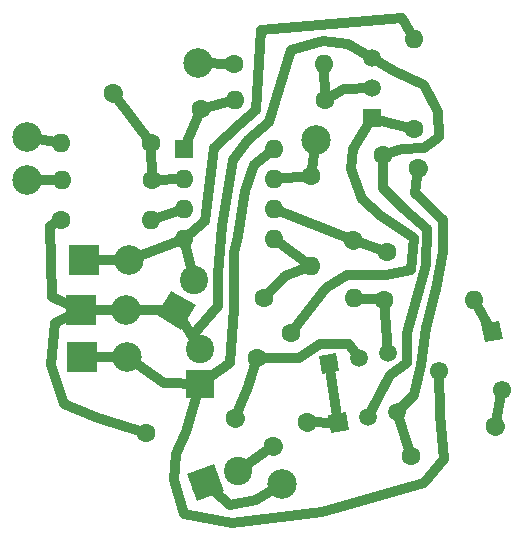
<source format=gbr>
G04 #@! TF.GenerationSoftware,KiCad,Pcbnew,(5.1.2-1)-1*
G04 #@! TF.CreationDate,2022-01-06T11:32:03-05:00*
G04 #@! TF.ProjectId,Basic VCA,42617369-6320-4564-9341-2e6b69636164,rev?*
G04 #@! TF.SameCoordinates,Original*
G04 #@! TF.FileFunction,Copper,L2,Bot*
G04 #@! TF.FilePolarity,Positive*
%FSLAX46Y46*%
G04 Gerber Fmt 4.6, Leading zero omitted, Abs format (unit mm)*
G04 Created by KiCad (PCBNEW (5.1.2-1)-1) date 2022-01-06 11:32:03*
%MOMM*%
%LPD*%
G04 APERTURE LIST*
%ADD10C,2.499360*%
%ADD11R,2.499360X2.499360*%
%ADD12C,1.500000*%
%ADD13C,0.100000*%
%ADD14R,1.500000X1.500000*%
%ADD15C,2.400000*%
%ADD16R,2.400000X2.400000*%
%ADD17O,1.600000X1.600000*%
%ADD18C,1.600000*%
%ADD19C,1.600000*%
%ADD20C,1.550000*%
%ADD21R,1.600000X1.600000*%
%ADD22C,0.812800*%
G04 APERTURE END LIST*
D10*
X22900000Y-34660000D03*
D11*
X19090000Y-34660000D03*
D12*
X40601040Y-48404265D03*
D13*
G36*
X41469882Y-49012635D02*
G01*
X39992670Y-49273107D01*
X39732198Y-47795895D01*
X41209410Y-47535423D01*
X41469882Y-49012635D01*
X41469882Y-49012635D01*
G37*
D12*
X45603863Y-47522132D03*
X43102452Y-47963199D03*
D14*
X43430000Y-22660000D03*
D12*
X43430000Y-17580000D03*
X43430000Y-20120000D03*
X39820860Y-43403773D03*
D13*
G36*
X40689702Y-44012143D02*
G01*
X39212490Y-44272615D01*
X38952018Y-42795403D01*
X40429230Y-42534931D01*
X40689702Y-44012143D01*
X40689702Y-44012143D01*
G37*
D12*
X44823683Y-42521640D03*
X42322272Y-42962707D03*
D10*
X28720000Y-17960000D03*
X22600000Y-38840000D03*
D11*
X18790000Y-38840000D03*
D10*
X22680000Y-42840000D03*
D11*
X18870000Y-42840000D03*
D15*
X29341233Y-53484330D03*
D13*
G36*
X28624026Y-55022385D02*
G01*
X27803178Y-52767123D01*
X30058440Y-51946275D01*
X30879288Y-54201537D01*
X28624026Y-55022385D01*
X28624026Y-55022385D01*
G37*
D15*
X32086075Y-52485289D03*
X28887200Y-42217000D03*
D16*
X28887200Y-45138000D03*
D15*
X26879501Y-38899661D03*
D13*
G36*
X27318731Y-40538891D02*
G01*
X25240271Y-39338891D01*
X26440271Y-37260431D01*
X28518731Y-38460431D01*
X27318731Y-40538891D01*
X27318731Y-40538891D01*
G37*
D15*
X28340001Y-36370001D03*
D10*
X14260000Y-24240000D03*
X14270000Y-27840000D03*
X35820000Y-53590000D03*
X38680000Y-24510000D03*
D17*
X17150000Y-24730000D03*
D18*
X24770000Y-24730000D03*
X24800000Y-27850000D03*
D17*
X17180000Y-27850000D03*
X24720000Y-31230000D03*
D18*
X17100000Y-31230000D03*
X29000000Y-21850000D03*
X21495765Y-20526801D03*
D19*
X21495765Y-20526801D02*
X21495765Y-20526801D01*
D18*
X35043199Y-50434235D03*
D19*
X35043199Y-50434235D02*
X35043199Y-50434235D01*
D18*
X33720000Y-42930000D03*
X24340000Y-49320000D03*
X31844235Y-47996801D03*
D19*
X31844235Y-47996801D02*
X31844235Y-47996801D01*
D18*
X39430000Y-21120000D03*
D17*
X31810000Y-21120000D03*
D18*
X44494114Y-38061104D03*
D17*
X52114114Y-38061104D03*
X39420000Y-18030000D03*
D18*
X31800000Y-18030000D03*
X37913199Y-48354235D03*
D19*
X37913199Y-48354235D02*
X37913199Y-48354235D01*
D18*
X36590000Y-40850000D03*
X47040000Y-23580000D03*
D17*
X47040000Y-15960000D03*
D18*
X53892823Y-48666963D03*
D19*
X53892823Y-48666963D02*
X53892823Y-48666963D01*
D18*
X46732365Y-51273156D03*
X44750000Y-34000000D03*
X47356193Y-26839542D03*
D19*
X47356193Y-26839542D02*
X47356193Y-26839542D01*
D17*
X41950000Y-37880000D03*
D18*
X34330000Y-37880000D03*
X41813807Y-32940458D03*
D19*
X41813807Y-32940458D02*
X41813807Y-32940458D01*
D18*
X44420000Y-25780000D03*
X38310000Y-27510000D03*
D17*
X38310000Y-35130000D03*
D20*
X54478241Y-45624039D03*
X53610000Y-40700000D03*
D13*
G36*
X52712197Y-40071351D02*
G01*
X54238649Y-39802197D01*
X54507803Y-41328649D01*
X52981351Y-41597803D01*
X52712197Y-40071351D01*
X52712197Y-40071351D01*
G37*
D20*
X49120082Y-44030260D03*
D21*
X27520000Y-25270000D03*
D17*
X35140000Y-32890000D03*
X27520000Y-27810000D03*
X35140000Y-30350000D03*
X27520000Y-30350000D03*
X35140000Y-27810000D03*
X27520000Y-32890000D03*
X35140000Y-25270000D03*
D22*
X29341233Y-53484330D02*
X31390000Y-55360000D01*
X31390000Y-55360000D02*
X33630000Y-54930000D01*
X33630000Y-54930000D02*
X35820000Y-53590000D01*
X35043199Y-50434235D02*
X32086075Y-52485289D01*
X22680000Y-42840000D02*
X25800000Y-45040000D01*
X25800000Y-45040000D02*
X28887200Y-45138000D01*
X18870000Y-42840000D02*
X22680000Y-42840000D01*
X28887200Y-45138000D02*
X31390000Y-43330000D01*
X31390000Y-43330000D02*
X31730000Y-38790000D01*
X31730000Y-38790000D02*
X31730000Y-34030000D01*
X31730000Y-34030000D02*
X32110000Y-32600000D01*
X32110000Y-32600000D02*
X32730000Y-28770000D01*
X32730000Y-28770000D02*
X33490000Y-26640000D01*
X33490000Y-26640000D02*
X35140000Y-25270000D01*
X28887200Y-45138000D02*
X27660000Y-49180000D01*
X27660000Y-49180000D02*
X26890000Y-51030000D01*
X26890000Y-51030000D02*
X26660000Y-53290000D01*
X26660000Y-53290000D02*
X27570000Y-56130000D01*
X27570000Y-56130000D02*
X31620000Y-56940000D01*
X31620000Y-56940000D02*
X39250000Y-55950000D01*
X39250000Y-55950000D02*
X47820000Y-53510000D01*
X47820000Y-53510000D02*
X49530000Y-51480000D01*
X49530000Y-51480000D02*
X49170000Y-47780000D01*
X49170000Y-47780000D02*
X49120082Y-44030260D01*
X26879501Y-38899661D02*
X22600000Y-38840000D01*
X22600000Y-38840000D02*
X18790000Y-38840000D01*
X18790000Y-38840000D02*
X16370000Y-37740000D01*
X16370000Y-37740000D02*
X16210000Y-31780000D01*
X16210000Y-31780000D02*
X17100000Y-31230000D01*
X49090000Y-24240000D02*
X49000000Y-22080000D01*
X49000000Y-22080000D02*
X47840000Y-19790000D01*
X47840000Y-19790000D02*
X45340000Y-18650000D01*
X45340000Y-18650000D02*
X43430000Y-17580000D01*
X18790000Y-38840000D02*
X16610000Y-39940000D01*
X16610000Y-39940000D02*
X16290000Y-43500000D01*
X16290000Y-43500000D02*
X17370000Y-46840000D01*
X17370000Y-46840000D02*
X20260000Y-48010000D01*
X20260000Y-48010000D02*
X24340000Y-49320000D01*
X43430000Y-17580000D02*
X41410000Y-16350000D01*
X41410000Y-16350000D02*
X39340000Y-16080000D01*
X39340000Y-16080000D02*
X36580000Y-16830000D01*
X36580000Y-16830000D02*
X34720000Y-22970000D01*
X34720000Y-22970000D02*
X32990000Y-24510000D01*
X32990000Y-24510000D02*
X31720000Y-26210000D01*
X31720000Y-26210000D02*
X30770000Y-31800000D01*
X30770000Y-31800000D02*
X30440000Y-35830000D01*
X30440000Y-35830000D02*
X30440000Y-38520000D01*
X30440000Y-38520000D02*
X28184340Y-41055660D01*
X28184340Y-41055660D02*
X28887200Y-42217000D01*
X26879501Y-38899661D02*
X28184340Y-41055660D01*
X49090000Y-24240000D02*
X47890000Y-25150000D01*
X47890000Y-25150000D02*
X45970000Y-25270000D01*
X45970000Y-25270000D02*
X44420000Y-25780000D01*
X43102452Y-47963199D02*
X44970000Y-44380000D01*
X44970000Y-44380000D02*
X46420000Y-43340000D01*
X46420000Y-43340000D02*
X46420000Y-40800000D01*
X46420000Y-40800000D02*
X47640000Y-36580000D01*
X47640000Y-36580000D02*
X48010000Y-35040000D01*
X48010000Y-35040000D02*
X48100000Y-32000000D01*
X48100000Y-32000000D02*
X46150000Y-30320000D01*
X46150000Y-30320000D02*
X44360000Y-28560000D01*
X44360000Y-28560000D02*
X44360000Y-27190000D01*
X44360000Y-27190000D02*
X44420000Y-25780000D01*
X28340001Y-36370001D02*
X27520000Y-32890000D01*
X27520000Y-32890000D02*
X22900000Y-34660000D01*
X22900000Y-34660000D02*
X19090000Y-34660000D01*
X27520000Y-32890000D02*
X29350000Y-31370000D01*
X29350000Y-31370000D02*
X30040000Y-25170000D01*
X30040000Y-25170000D02*
X32240000Y-23100000D01*
X32240000Y-23100000D02*
X33620000Y-21930000D01*
X33620000Y-21930000D02*
X34030000Y-15180000D01*
X34030000Y-15180000D02*
X46020000Y-14150000D01*
X46020000Y-14150000D02*
X47040000Y-15960000D01*
X17150000Y-24730000D02*
X14260000Y-24240000D01*
X17180000Y-27850000D02*
X14270000Y-27840000D01*
X38680000Y-24510000D02*
X38310000Y-27510000D01*
X35140000Y-27810000D02*
X38310000Y-27510000D01*
X31844235Y-47996801D02*
X32990000Y-45390000D01*
X32990000Y-45390000D02*
X33720000Y-42930000D01*
X33720000Y-42930000D02*
X37260000Y-42910000D01*
X37260000Y-42910000D02*
X39020000Y-41740000D01*
X39020000Y-41740000D02*
X41540000Y-41740000D01*
X41540000Y-41740000D02*
X42322272Y-42962707D01*
X44494114Y-38061104D02*
X41950000Y-37880000D01*
X44494114Y-38061104D02*
X44823683Y-42521640D01*
X39820860Y-43403773D02*
X40601040Y-48404265D01*
X37913199Y-48354235D02*
X40601040Y-48404265D01*
X39420000Y-18030000D02*
X39430000Y-21120000D01*
X39430000Y-21120000D02*
X41110000Y-20210000D01*
X41110000Y-20210000D02*
X43430000Y-20120000D01*
X36590000Y-40850000D02*
X39570000Y-36990000D01*
X39570000Y-36990000D02*
X41330000Y-35940000D01*
X41330000Y-35940000D02*
X44630000Y-35940000D01*
X44630000Y-35940000D02*
X46790000Y-35490000D01*
X44906209Y-23036209D02*
X43430000Y-22660000D01*
X47040000Y-23580000D02*
X44906209Y-23036209D01*
X46790000Y-35490000D02*
X46970000Y-32820000D01*
X46970000Y-32820000D02*
X44220000Y-30940000D01*
X44220000Y-30940000D02*
X42570000Y-29470000D01*
X42570000Y-29470000D02*
X41690000Y-26970000D01*
X41690000Y-26970000D02*
X41850000Y-25230000D01*
X41850000Y-25230000D02*
X43430000Y-22660000D01*
X46732365Y-51273156D02*
X45603863Y-47522132D01*
X47356193Y-26839542D02*
X47090000Y-28960000D01*
X47090000Y-28960000D02*
X49420000Y-31290000D01*
X49420000Y-31290000D02*
X49420000Y-33960000D01*
X49420000Y-33960000D02*
X48910000Y-37090000D01*
X48910000Y-37090000D02*
X48000000Y-40440000D01*
X48000000Y-40440000D02*
X47600000Y-43570000D01*
X47600000Y-43570000D02*
X46970000Y-46070000D01*
X46970000Y-46070000D02*
X45603863Y-47522132D01*
X27520000Y-27810000D02*
X24800000Y-27850000D01*
X24800000Y-27850000D02*
X24770000Y-24730000D01*
X24770000Y-24730000D02*
X21495765Y-20526801D01*
X27520000Y-30350000D02*
X24720000Y-31230000D01*
X27520000Y-25270000D02*
X29000000Y-21850000D01*
X29000000Y-21850000D02*
X31810000Y-21120000D01*
X52114114Y-38061104D02*
X53610000Y-40700000D01*
X54478241Y-45624039D02*
X53892823Y-48666963D01*
X44750000Y-34000000D02*
X41813807Y-32940458D01*
X41813807Y-32940458D02*
X35140000Y-30350000D01*
X38310000Y-35130000D02*
X35140000Y-32890000D01*
X38310000Y-35130000D02*
X36090000Y-35990000D01*
X36090000Y-35990000D02*
X34330000Y-37880000D01*
X31800000Y-18030000D02*
X28720000Y-17960000D01*
M02*

</source>
